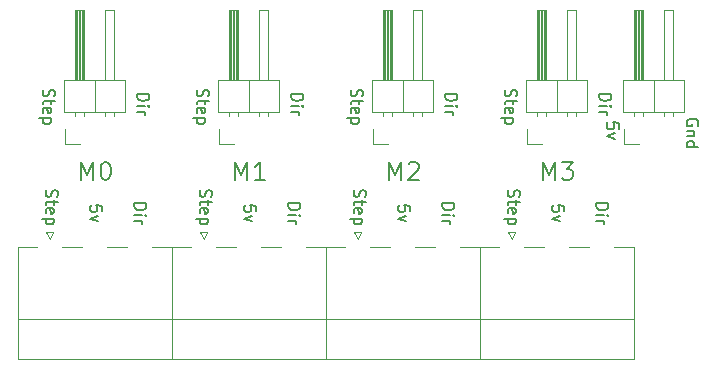
<source format=gbr>
G04 #@! TF.GenerationSoftware,KiCad,Pcbnew,(5.1.5)-3*
G04 #@! TF.CreationDate,2020-03-10T12:06:21-04:00*
G04 #@! TF.ProjectId,Step_Direction_Board,53746570-5f44-4697-9265-6374696f6e5f,rev?*
G04 #@! TF.SameCoordinates,PX7270e00PY78a3ca0*
G04 #@! TF.FileFunction,Legend,Top*
G04 #@! TF.FilePolarity,Positive*
%FSLAX46Y46*%
G04 Gerber Fmt 4.6, Leading zero omitted, Abs format (unit mm)*
G04 Created by KiCad (PCBNEW (5.1.5)-3) date 2020-03-10 12:06:21*
%MOMM*%
%LPD*%
G04 APERTURE LIST*
%ADD10C,0.150000*%
%ADD11C,0.120000*%
G04 APERTURE END LIST*
D10*
X64000000Y15642858D02*
X64047619Y15738096D01*
X64047619Y15880953D01*
X64000000Y16023810D01*
X63904761Y16119048D01*
X63809523Y16166667D01*
X63619047Y16214286D01*
X63476190Y16214286D01*
X63285714Y16166667D01*
X63190476Y16119048D01*
X63095238Y16023810D01*
X63047619Y15880953D01*
X63047619Y15785715D01*
X63095238Y15642858D01*
X63142857Y15595239D01*
X63476190Y15595239D01*
X63476190Y15785715D01*
X63714285Y15166667D02*
X63047619Y15166667D01*
X63619047Y15166667D02*
X63666666Y15119048D01*
X63714285Y15023810D01*
X63714285Y14880953D01*
X63666666Y14785715D01*
X63571428Y14738096D01*
X63047619Y14738096D01*
X63047619Y13833334D02*
X64047619Y13833334D01*
X63095238Y13833334D02*
X63047619Y13928572D01*
X63047619Y14119048D01*
X63095238Y14214286D01*
X63142857Y14261905D01*
X63238095Y14309524D01*
X63523809Y14309524D01*
X63619047Y14261905D01*
X63666666Y14214286D01*
X63714285Y14119048D01*
X63714285Y13928572D01*
X63666666Y13833334D01*
X57297619Y15392858D02*
X57297619Y15869048D01*
X56821428Y15916667D01*
X56869047Y15869048D01*
X56916666Y15773810D01*
X56916666Y15535715D01*
X56869047Y15440477D01*
X56821428Y15392858D01*
X56726190Y15345239D01*
X56488095Y15345239D01*
X56392857Y15392858D01*
X56345238Y15440477D01*
X56297619Y15535715D01*
X56297619Y15773810D01*
X56345238Y15869048D01*
X56392857Y15916667D01*
X56964285Y15011905D02*
X56297619Y14773810D01*
X56964285Y14535715D01*
X55417619Y9059524D02*
X56417619Y9059524D01*
X56417619Y8821429D01*
X56370000Y8678572D01*
X56274761Y8583334D01*
X56179523Y8535715D01*
X55989047Y8488096D01*
X55846190Y8488096D01*
X55655714Y8535715D01*
X55560476Y8583334D01*
X55465238Y8678572D01*
X55417619Y8821429D01*
X55417619Y9059524D01*
X55417619Y8059524D02*
X56084285Y8059524D01*
X56417619Y8059524D02*
X56370000Y8107143D01*
X56322380Y8059524D01*
X56370000Y8011905D01*
X56417619Y8059524D01*
X56322380Y8059524D01*
X55417619Y7583334D02*
X56084285Y7583334D01*
X55893809Y7583334D02*
X55989047Y7535715D01*
X56036666Y7488096D01*
X56084285Y7392858D01*
X56084285Y7297620D01*
X42377619Y9059524D02*
X43377619Y9059524D01*
X43377619Y8821429D01*
X43330000Y8678572D01*
X43234761Y8583334D01*
X43139523Y8535715D01*
X42949047Y8488096D01*
X42806190Y8488096D01*
X42615714Y8535715D01*
X42520476Y8583334D01*
X42425238Y8678572D01*
X42377619Y8821429D01*
X42377619Y9059524D01*
X42377619Y8059524D02*
X43044285Y8059524D01*
X43377619Y8059524D02*
X43330000Y8107143D01*
X43282380Y8059524D01*
X43330000Y8011905D01*
X43377619Y8059524D01*
X43282380Y8059524D01*
X42377619Y7583334D02*
X43044285Y7583334D01*
X42853809Y7583334D02*
X42949047Y7535715D01*
X42996666Y7488096D01*
X43044285Y7392858D01*
X43044285Y7297620D01*
X29337619Y9059524D02*
X30337619Y9059524D01*
X30337619Y8821429D01*
X30290000Y8678572D01*
X30194761Y8583334D01*
X30099523Y8535715D01*
X29909047Y8488096D01*
X29766190Y8488096D01*
X29575714Y8535715D01*
X29480476Y8583334D01*
X29385238Y8678572D01*
X29337619Y8821429D01*
X29337619Y9059524D01*
X29337619Y8059524D02*
X30004285Y8059524D01*
X30337619Y8059524D02*
X30290000Y8107143D01*
X30242380Y8059524D01*
X30290000Y8011905D01*
X30337619Y8059524D01*
X30242380Y8059524D01*
X29337619Y7583334D02*
X30004285Y7583334D01*
X29813809Y7583334D02*
X29909047Y7535715D01*
X29956666Y7488096D01*
X30004285Y7392858D01*
X30004285Y7297620D01*
X47965238Y10192739D02*
X47917619Y10049881D01*
X47917619Y9811786D01*
X47965238Y9716548D01*
X48012857Y9668929D01*
X48108095Y9621310D01*
X48203333Y9621310D01*
X48298571Y9668929D01*
X48346190Y9716548D01*
X48393809Y9811786D01*
X48441428Y10002262D01*
X48489047Y10097500D01*
X48536666Y10145120D01*
X48631904Y10192739D01*
X48727142Y10192739D01*
X48822380Y10145120D01*
X48870000Y10097500D01*
X48917619Y10002262D01*
X48917619Y9764167D01*
X48870000Y9621310D01*
X48584285Y9335596D02*
X48584285Y8954643D01*
X48917619Y9192739D02*
X48060476Y9192739D01*
X47965238Y9145120D01*
X47917619Y9049881D01*
X47917619Y8954643D01*
X47965238Y8240358D02*
X47917619Y8335596D01*
X47917619Y8526072D01*
X47965238Y8621310D01*
X48060476Y8668929D01*
X48441428Y8668929D01*
X48536666Y8621310D01*
X48584285Y8526072D01*
X48584285Y8335596D01*
X48536666Y8240358D01*
X48441428Y8192739D01*
X48346190Y8192739D01*
X48250952Y8668929D01*
X48584285Y7764167D02*
X47584285Y7764167D01*
X48536666Y7764167D02*
X48584285Y7668929D01*
X48584285Y7478453D01*
X48536666Y7383215D01*
X48489047Y7335596D01*
X48393809Y7287977D01*
X48108095Y7287977D01*
X48012857Y7335596D01*
X47965238Y7383215D01*
X47917619Y7478453D01*
X47917619Y7668929D01*
X47965238Y7764167D01*
X34925238Y10192739D02*
X34877619Y10049881D01*
X34877619Y9811786D01*
X34925238Y9716548D01*
X34972857Y9668929D01*
X35068095Y9621310D01*
X35163333Y9621310D01*
X35258571Y9668929D01*
X35306190Y9716548D01*
X35353809Y9811786D01*
X35401428Y10002262D01*
X35449047Y10097500D01*
X35496666Y10145120D01*
X35591904Y10192739D01*
X35687142Y10192739D01*
X35782380Y10145120D01*
X35830000Y10097500D01*
X35877619Y10002262D01*
X35877619Y9764167D01*
X35830000Y9621310D01*
X35544285Y9335596D02*
X35544285Y8954643D01*
X35877619Y9192739D02*
X35020476Y9192739D01*
X34925238Y9145120D01*
X34877619Y9049881D01*
X34877619Y8954643D01*
X34925238Y8240358D02*
X34877619Y8335596D01*
X34877619Y8526072D01*
X34925238Y8621310D01*
X35020476Y8668929D01*
X35401428Y8668929D01*
X35496666Y8621310D01*
X35544285Y8526072D01*
X35544285Y8335596D01*
X35496666Y8240358D01*
X35401428Y8192739D01*
X35306190Y8192739D01*
X35210952Y8668929D01*
X35544285Y7764167D02*
X34544285Y7764167D01*
X35496666Y7764167D02*
X35544285Y7668929D01*
X35544285Y7478453D01*
X35496666Y7383215D01*
X35449047Y7335596D01*
X35353809Y7287977D01*
X35068095Y7287977D01*
X34972857Y7335596D01*
X34925238Y7383215D01*
X34877619Y7478453D01*
X34877619Y7668929D01*
X34925238Y7764167D01*
X21885238Y10192739D02*
X21837619Y10049881D01*
X21837619Y9811786D01*
X21885238Y9716548D01*
X21932857Y9668929D01*
X22028095Y9621310D01*
X22123333Y9621310D01*
X22218571Y9668929D01*
X22266190Y9716548D01*
X22313809Y9811786D01*
X22361428Y10002262D01*
X22409047Y10097500D01*
X22456666Y10145120D01*
X22551904Y10192739D01*
X22647142Y10192739D01*
X22742380Y10145120D01*
X22790000Y10097500D01*
X22837619Y10002262D01*
X22837619Y9764167D01*
X22790000Y9621310D01*
X22504285Y9335596D02*
X22504285Y8954643D01*
X22837619Y9192739D02*
X21980476Y9192739D01*
X21885238Y9145120D01*
X21837619Y9049881D01*
X21837619Y8954643D01*
X21885238Y8240358D02*
X21837619Y8335596D01*
X21837619Y8526072D01*
X21885238Y8621310D01*
X21980476Y8668929D01*
X22361428Y8668929D01*
X22456666Y8621310D01*
X22504285Y8526072D01*
X22504285Y8335596D01*
X22456666Y8240358D01*
X22361428Y8192739D01*
X22266190Y8192739D01*
X22170952Y8668929D01*
X22504285Y7764167D02*
X21504285Y7764167D01*
X22456666Y7764167D02*
X22504285Y7668929D01*
X22504285Y7478453D01*
X22456666Y7383215D01*
X22409047Y7335596D01*
X22313809Y7287977D01*
X22028095Y7287977D01*
X21932857Y7335596D01*
X21885238Y7383215D01*
X21837619Y7478453D01*
X21837619Y7668929D01*
X21885238Y7764167D01*
X52667619Y8392858D02*
X52667619Y8869048D01*
X52191428Y8916667D01*
X52239047Y8869048D01*
X52286666Y8773810D01*
X52286666Y8535715D01*
X52239047Y8440477D01*
X52191428Y8392858D01*
X52096190Y8345239D01*
X51858095Y8345239D01*
X51762857Y8392858D01*
X51715238Y8440477D01*
X51667619Y8535715D01*
X51667619Y8773810D01*
X51715238Y8869048D01*
X51762857Y8916667D01*
X52334285Y8011905D02*
X51667619Y7773810D01*
X52334285Y7535715D01*
X39627619Y8392858D02*
X39627619Y8869048D01*
X39151428Y8916667D01*
X39199047Y8869048D01*
X39246666Y8773810D01*
X39246666Y8535715D01*
X39199047Y8440477D01*
X39151428Y8392858D01*
X39056190Y8345239D01*
X38818095Y8345239D01*
X38722857Y8392858D01*
X38675238Y8440477D01*
X38627619Y8535715D01*
X38627619Y8773810D01*
X38675238Y8869048D01*
X38722857Y8916667D01*
X39294285Y8011905D02*
X38627619Y7773810D01*
X39294285Y7535715D01*
X26587619Y8392858D02*
X26587619Y8869048D01*
X26111428Y8916667D01*
X26159047Y8869048D01*
X26206666Y8773810D01*
X26206666Y8535715D01*
X26159047Y8440477D01*
X26111428Y8392858D01*
X26016190Y8345239D01*
X25778095Y8345239D01*
X25682857Y8392858D01*
X25635238Y8440477D01*
X25587619Y8535715D01*
X25587619Y8773810D01*
X25635238Y8869048D01*
X25682857Y8916667D01*
X26254285Y8011905D02*
X25587619Y7773810D01*
X26254285Y7535715D01*
X50905714Y11071429D02*
X50905714Y12571429D01*
X51405714Y11500000D01*
X51905714Y12571429D01*
X51905714Y11071429D01*
X52477142Y12571429D02*
X53405714Y12571429D01*
X52905714Y12000000D01*
X53120000Y12000000D01*
X53262857Y11928572D01*
X53334285Y11857143D01*
X53405714Y11714286D01*
X53405714Y11357143D01*
X53334285Y11214286D01*
X53262857Y11142858D01*
X53120000Y11071429D01*
X52691428Y11071429D01*
X52548571Y11142858D01*
X52477142Y11214286D01*
X37865714Y11071429D02*
X37865714Y12571429D01*
X38365714Y11500000D01*
X38865714Y12571429D01*
X38865714Y11071429D01*
X39508571Y12428572D02*
X39580000Y12500000D01*
X39722857Y12571429D01*
X40080000Y12571429D01*
X40222857Y12500000D01*
X40294285Y12428572D01*
X40365714Y12285715D01*
X40365714Y12142858D01*
X40294285Y11928572D01*
X39437142Y11071429D01*
X40365714Y11071429D01*
X24825714Y11071429D02*
X24825714Y12571429D01*
X25325714Y11500000D01*
X25825714Y12571429D01*
X25825714Y11071429D01*
X27325714Y11071429D02*
X26468571Y11071429D01*
X26897142Y11071429D02*
X26897142Y12571429D01*
X26754285Y12357143D01*
X26611428Y12214286D01*
X26468571Y12142858D01*
X11785714Y11071429D02*
X11785714Y12571429D01*
X12285714Y11500000D01*
X12785714Y12571429D01*
X12785714Y11071429D01*
X13785714Y12571429D02*
X13928571Y12571429D01*
X14071428Y12500000D01*
X14142857Y12428572D01*
X14214285Y12285715D01*
X14285714Y12000000D01*
X14285714Y11642858D01*
X14214285Y11357143D01*
X14142857Y11214286D01*
X14071428Y11142858D01*
X13928571Y11071429D01*
X13785714Y11071429D01*
X13642857Y11142858D01*
X13571428Y11214286D01*
X13500000Y11357143D01*
X13428571Y11642858D01*
X13428571Y12000000D01*
X13500000Y12285715D01*
X13571428Y12428572D01*
X13642857Y12500000D01*
X13785714Y12571429D01*
X13547619Y8392858D02*
X13547619Y8869048D01*
X13071428Y8916667D01*
X13119047Y8869048D01*
X13166666Y8773810D01*
X13166666Y8535715D01*
X13119047Y8440477D01*
X13071428Y8392858D01*
X12976190Y8345239D01*
X12738095Y8345239D01*
X12642857Y8392858D01*
X12595238Y8440477D01*
X12547619Y8535715D01*
X12547619Y8773810D01*
X12595238Y8869048D01*
X12642857Y8916667D01*
X13214285Y8011905D02*
X12547619Y7773810D01*
X13214285Y7535715D01*
X16297619Y9059524D02*
X17297619Y9059524D01*
X17297619Y8821429D01*
X17250000Y8678572D01*
X17154761Y8583334D01*
X17059523Y8535715D01*
X16869047Y8488096D01*
X16726190Y8488096D01*
X16535714Y8535715D01*
X16440476Y8583334D01*
X16345238Y8678572D01*
X16297619Y8821429D01*
X16297619Y9059524D01*
X16297619Y8059524D02*
X16964285Y8059524D01*
X17297619Y8059524D02*
X17250000Y8107143D01*
X17202380Y8059524D01*
X17250000Y8011905D01*
X17297619Y8059524D01*
X17202380Y8059524D01*
X16297619Y7583334D02*
X16964285Y7583334D01*
X16773809Y7583334D02*
X16869047Y7535715D01*
X16916666Y7488096D01*
X16964285Y7392858D01*
X16964285Y7297620D01*
X8845238Y10192739D02*
X8797619Y10049881D01*
X8797619Y9811786D01*
X8845238Y9716548D01*
X8892857Y9668929D01*
X8988095Y9621310D01*
X9083333Y9621310D01*
X9178571Y9668929D01*
X9226190Y9716548D01*
X9273809Y9811786D01*
X9321428Y10002262D01*
X9369047Y10097500D01*
X9416666Y10145120D01*
X9511904Y10192739D01*
X9607142Y10192739D01*
X9702380Y10145120D01*
X9750000Y10097500D01*
X9797619Y10002262D01*
X9797619Y9764167D01*
X9750000Y9621310D01*
X9464285Y9335596D02*
X9464285Y8954643D01*
X9797619Y9192739D02*
X8940476Y9192739D01*
X8845238Y9145120D01*
X8797619Y9049881D01*
X8797619Y8954643D01*
X8845238Y8240358D02*
X8797619Y8335596D01*
X8797619Y8526072D01*
X8845238Y8621310D01*
X8940476Y8668929D01*
X9321428Y8668929D01*
X9416666Y8621310D01*
X9464285Y8526072D01*
X9464285Y8335596D01*
X9416666Y8240358D01*
X9321428Y8192739D01*
X9226190Y8192739D01*
X9130952Y8668929D01*
X9464285Y7764167D02*
X8464285Y7764167D01*
X9416666Y7764167D02*
X9464285Y7668929D01*
X9464285Y7478453D01*
X9416666Y7383215D01*
X9369047Y7335596D01*
X9273809Y7287977D01*
X8988095Y7287977D01*
X8892857Y7335596D01*
X8845238Y7383215D01*
X8797619Y7478453D01*
X8797619Y7668929D01*
X8845238Y7764167D01*
X47715238Y18692739D02*
X47667619Y18549881D01*
X47667619Y18311786D01*
X47715238Y18216548D01*
X47762857Y18168929D01*
X47858095Y18121310D01*
X47953333Y18121310D01*
X48048571Y18168929D01*
X48096190Y18216548D01*
X48143809Y18311786D01*
X48191428Y18502262D01*
X48239047Y18597500D01*
X48286666Y18645120D01*
X48381904Y18692739D01*
X48477142Y18692739D01*
X48572380Y18645120D01*
X48620000Y18597500D01*
X48667619Y18502262D01*
X48667619Y18264167D01*
X48620000Y18121310D01*
X48334285Y17835596D02*
X48334285Y17454643D01*
X48667619Y17692739D02*
X47810476Y17692739D01*
X47715238Y17645120D01*
X47667619Y17549881D01*
X47667619Y17454643D01*
X47715238Y16740358D02*
X47667619Y16835596D01*
X47667619Y17026072D01*
X47715238Y17121310D01*
X47810476Y17168929D01*
X48191428Y17168929D01*
X48286666Y17121310D01*
X48334285Y17026072D01*
X48334285Y16835596D01*
X48286666Y16740358D01*
X48191428Y16692739D01*
X48096190Y16692739D01*
X48000952Y17168929D01*
X48334285Y16264167D02*
X47334285Y16264167D01*
X48286666Y16264167D02*
X48334285Y16168929D01*
X48334285Y15978453D01*
X48286666Y15883215D01*
X48239047Y15835596D01*
X48143809Y15787977D01*
X47858095Y15787977D01*
X47762857Y15835596D01*
X47715238Y15883215D01*
X47667619Y15978453D01*
X47667619Y16168929D01*
X47715238Y16264167D01*
X34675238Y18692739D02*
X34627619Y18549881D01*
X34627619Y18311786D01*
X34675238Y18216548D01*
X34722857Y18168929D01*
X34818095Y18121310D01*
X34913333Y18121310D01*
X35008571Y18168929D01*
X35056190Y18216548D01*
X35103809Y18311786D01*
X35151428Y18502262D01*
X35199047Y18597500D01*
X35246666Y18645120D01*
X35341904Y18692739D01*
X35437142Y18692739D01*
X35532380Y18645120D01*
X35580000Y18597500D01*
X35627619Y18502262D01*
X35627619Y18264167D01*
X35580000Y18121310D01*
X35294285Y17835596D02*
X35294285Y17454643D01*
X35627619Y17692739D02*
X34770476Y17692739D01*
X34675238Y17645120D01*
X34627619Y17549881D01*
X34627619Y17454643D01*
X34675238Y16740358D02*
X34627619Y16835596D01*
X34627619Y17026072D01*
X34675238Y17121310D01*
X34770476Y17168929D01*
X35151428Y17168929D01*
X35246666Y17121310D01*
X35294285Y17026072D01*
X35294285Y16835596D01*
X35246666Y16740358D01*
X35151428Y16692739D01*
X35056190Y16692739D01*
X34960952Y17168929D01*
X35294285Y16264167D02*
X34294285Y16264167D01*
X35246666Y16264167D02*
X35294285Y16168929D01*
X35294285Y15978453D01*
X35246666Y15883215D01*
X35199047Y15835596D01*
X35103809Y15787977D01*
X34818095Y15787977D01*
X34722857Y15835596D01*
X34675238Y15883215D01*
X34627619Y15978453D01*
X34627619Y16168929D01*
X34675238Y16264167D01*
X21635238Y18692739D02*
X21587619Y18549881D01*
X21587619Y18311786D01*
X21635238Y18216548D01*
X21682857Y18168929D01*
X21778095Y18121310D01*
X21873333Y18121310D01*
X21968571Y18168929D01*
X22016190Y18216548D01*
X22063809Y18311786D01*
X22111428Y18502262D01*
X22159047Y18597500D01*
X22206666Y18645120D01*
X22301904Y18692739D01*
X22397142Y18692739D01*
X22492380Y18645120D01*
X22540000Y18597500D01*
X22587619Y18502262D01*
X22587619Y18264167D01*
X22540000Y18121310D01*
X22254285Y17835596D02*
X22254285Y17454643D01*
X22587619Y17692739D02*
X21730476Y17692739D01*
X21635238Y17645120D01*
X21587619Y17549881D01*
X21587619Y17454643D01*
X21635238Y16740358D02*
X21587619Y16835596D01*
X21587619Y17026072D01*
X21635238Y17121310D01*
X21730476Y17168929D01*
X22111428Y17168929D01*
X22206666Y17121310D01*
X22254285Y17026072D01*
X22254285Y16835596D01*
X22206666Y16740358D01*
X22111428Y16692739D01*
X22016190Y16692739D01*
X21920952Y17168929D01*
X22254285Y16264167D02*
X21254285Y16264167D01*
X22206666Y16264167D02*
X22254285Y16168929D01*
X22254285Y15978453D01*
X22206666Y15883215D01*
X22159047Y15835596D01*
X22063809Y15787977D01*
X21778095Y15787977D01*
X21682857Y15835596D01*
X21635238Y15883215D01*
X21587619Y15978453D01*
X21587619Y16168929D01*
X21635238Y16264167D01*
X55667619Y18309524D02*
X56667619Y18309524D01*
X56667619Y18071429D01*
X56620000Y17928572D01*
X56524761Y17833334D01*
X56429523Y17785715D01*
X56239047Y17738096D01*
X56096190Y17738096D01*
X55905714Y17785715D01*
X55810476Y17833334D01*
X55715238Y17928572D01*
X55667619Y18071429D01*
X55667619Y18309524D01*
X55667619Y17309524D02*
X56334285Y17309524D01*
X56667619Y17309524D02*
X56620000Y17357143D01*
X56572380Y17309524D01*
X56620000Y17261905D01*
X56667619Y17309524D01*
X56572380Y17309524D01*
X55667619Y16833334D02*
X56334285Y16833334D01*
X56143809Y16833334D02*
X56239047Y16785715D01*
X56286666Y16738096D01*
X56334285Y16642858D01*
X56334285Y16547620D01*
X42627619Y18309524D02*
X43627619Y18309524D01*
X43627619Y18071429D01*
X43580000Y17928572D01*
X43484761Y17833334D01*
X43389523Y17785715D01*
X43199047Y17738096D01*
X43056190Y17738096D01*
X42865714Y17785715D01*
X42770476Y17833334D01*
X42675238Y17928572D01*
X42627619Y18071429D01*
X42627619Y18309524D01*
X42627619Y17309524D02*
X43294285Y17309524D01*
X43627619Y17309524D02*
X43580000Y17357143D01*
X43532380Y17309524D01*
X43580000Y17261905D01*
X43627619Y17309524D01*
X43532380Y17309524D01*
X42627619Y16833334D02*
X43294285Y16833334D01*
X43103809Y16833334D02*
X43199047Y16785715D01*
X43246666Y16738096D01*
X43294285Y16642858D01*
X43294285Y16547620D01*
X29587619Y18309524D02*
X30587619Y18309524D01*
X30587619Y18071429D01*
X30540000Y17928572D01*
X30444761Y17833334D01*
X30349523Y17785715D01*
X30159047Y17738096D01*
X30016190Y17738096D01*
X29825714Y17785715D01*
X29730476Y17833334D01*
X29635238Y17928572D01*
X29587619Y18071429D01*
X29587619Y18309524D01*
X29587619Y17309524D02*
X30254285Y17309524D01*
X30587619Y17309524D02*
X30540000Y17357143D01*
X30492380Y17309524D01*
X30540000Y17261905D01*
X30587619Y17309524D01*
X30492380Y17309524D01*
X29587619Y16833334D02*
X30254285Y16833334D01*
X30063809Y16833334D02*
X30159047Y16785715D01*
X30206666Y16738096D01*
X30254285Y16642858D01*
X30254285Y16547620D01*
X16547619Y18309524D02*
X17547619Y18309524D01*
X17547619Y18071429D01*
X17500000Y17928572D01*
X17404761Y17833334D01*
X17309523Y17785715D01*
X17119047Y17738096D01*
X16976190Y17738096D01*
X16785714Y17785715D01*
X16690476Y17833334D01*
X16595238Y17928572D01*
X16547619Y18071429D01*
X16547619Y18309524D01*
X16547619Y17309524D02*
X17214285Y17309524D01*
X17547619Y17309524D02*
X17500000Y17357143D01*
X17452380Y17309524D01*
X17500000Y17261905D01*
X17547619Y17309524D01*
X17452380Y17309524D01*
X16547619Y16833334D02*
X17214285Y16833334D01*
X17023809Y16833334D02*
X17119047Y16785715D01*
X17166666Y16738096D01*
X17214285Y16642858D01*
X17214285Y16547620D01*
X8595238Y18692739D02*
X8547619Y18549881D01*
X8547619Y18311786D01*
X8595238Y18216548D01*
X8642857Y18168929D01*
X8738095Y18121310D01*
X8833333Y18121310D01*
X8928571Y18168929D01*
X8976190Y18216548D01*
X9023809Y18311786D01*
X9071428Y18502262D01*
X9119047Y18597500D01*
X9166666Y18645120D01*
X9261904Y18692739D01*
X9357142Y18692739D01*
X9452380Y18645120D01*
X9500000Y18597500D01*
X9547619Y18502262D01*
X9547619Y18264167D01*
X9500000Y18121310D01*
X9214285Y17835596D02*
X9214285Y17454643D01*
X9547619Y17692739D02*
X8690476Y17692739D01*
X8595238Y17645120D01*
X8547619Y17549881D01*
X8547619Y17454643D01*
X8595238Y16740358D02*
X8547619Y16835596D01*
X8547619Y17026072D01*
X8595238Y17121310D01*
X8690476Y17168929D01*
X9071428Y17168929D01*
X9166666Y17121310D01*
X9214285Y17026072D01*
X9214285Y16835596D01*
X9166666Y16740358D01*
X9071428Y16692739D01*
X8976190Y16692739D01*
X8880952Y17168929D01*
X9214285Y16264167D02*
X8214285Y16264167D01*
X9166666Y16264167D02*
X9214285Y16168929D01*
X9214285Y15978453D01*
X9166666Y15883215D01*
X9119047Y15835596D01*
X9023809Y15787977D01*
X8738095Y15787977D01*
X8642857Y15835596D01*
X8595238Y15883215D01*
X8547619Y15978453D01*
X8547619Y16168929D01*
X8595238Y16264167D01*
D11*
X49513846Y14106036D02*
X49513846Y15376036D01*
X50783846Y14106036D02*
X49513846Y14106036D01*
X53703846Y16418965D02*
X53703846Y16816036D01*
X52943846Y16418965D02*
X52943846Y16816036D01*
X53703846Y25476036D02*
X53703846Y19476036D01*
X52943846Y25476036D02*
X53703846Y25476036D01*
X52943846Y19476036D02*
X52943846Y25476036D01*
X52053846Y16816036D02*
X52053846Y19476036D01*
X51163846Y16486036D02*
X51163846Y16816036D01*
X50403846Y16486036D02*
X50403846Y16816036D01*
X51063846Y19476036D02*
X51063846Y25476036D01*
X50943846Y19476036D02*
X50943846Y25476036D01*
X50823846Y19476036D02*
X50823846Y25476036D01*
X50703846Y19476036D02*
X50703846Y25476036D01*
X50583846Y19476036D02*
X50583846Y25476036D01*
X50463846Y19476036D02*
X50463846Y25476036D01*
X51163846Y25476036D02*
X51163846Y19476036D01*
X50403846Y25476036D02*
X51163846Y25476036D01*
X50403846Y19476036D02*
X50403846Y25476036D01*
X49453846Y19476036D02*
X49453846Y16816036D01*
X54653846Y19476036D02*
X49453846Y19476036D01*
X54653846Y16816036D02*
X54653846Y19476036D01*
X49453846Y16816036D02*
X54653846Y16816036D01*
X36473846Y14106036D02*
X36473846Y15376036D01*
X37743846Y14106036D02*
X36473846Y14106036D01*
X40663846Y16418965D02*
X40663846Y16816036D01*
X39903846Y16418965D02*
X39903846Y16816036D01*
X40663846Y25476036D02*
X40663846Y19476036D01*
X39903846Y25476036D02*
X40663846Y25476036D01*
X39903846Y19476036D02*
X39903846Y25476036D01*
X39013846Y16816036D02*
X39013846Y19476036D01*
X38123846Y16486036D02*
X38123846Y16816036D01*
X37363846Y16486036D02*
X37363846Y16816036D01*
X38023846Y19476036D02*
X38023846Y25476036D01*
X37903846Y19476036D02*
X37903846Y25476036D01*
X37783846Y19476036D02*
X37783846Y25476036D01*
X37663846Y19476036D02*
X37663846Y25476036D01*
X37543846Y19476036D02*
X37543846Y25476036D01*
X37423846Y19476036D02*
X37423846Y25476036D01*
X38123846Y25476036D02*
X38123846Y19476036D01*
X37363846Y25476036D02*
X38123846Y25476036D01*
X37363846Y19476036D02*
X37363846Y25476036D01*
X36413846Y19476036D02*
X36413846Y16816036D01*
X41613846Y19476036D02*
X36413846Y19476036D01*
X41613846Y16816036D02*
X41613846Y19476036D01*
X36413846Y16816036D02*
X41613846Y16816036D01*
X23433846Y14106036D02*
X23433846Y15376036D01*
X24703846Y14106036D02*
X23433846Y14106036D01*
X27623846Y16418965D02*
X27623846Y16816036D01*
X26863846Y16418965D02*
X26863846Y16816036D01*
X27623846Y25476036D02*
X27623846Y19476036D01*
X26863846Y25476036D02*
X27623846Y25476036D01*
X26863846Y19476036D02*
X26863846Y25476036D01*
X25973846Y16816036D02*
X25973846Y19476036D01*
X25083846Y16486036D02*
X25083846Y16816036D01*
X24323846Y16486036D02*
X24323846Y16816036D01*
X24983846Y19476036D02*
X24983846Y25476036D01*
X24863846Y19476036D02*
X24863846Y25476036D01*
X24743846Y19476036D02*
X24743846Y25476036D01*
X24623846Y19476036D02*
X24623846Y25476036D01*
X24503846Y19476036D02*
X24503846Y25476036D01*
X24383846Y19476036D02*
X24383846Y25476036D01*
X25083846Y25476036D02*
X25083846Y19476036D01*
X24323846Y25476036D02*
X25083846Y25476036D01*
X24323846Y19476036D02*
X24323846Y25476036D01*
X23373846Y19476036D02*
X23373846Y16816036D01*
X28573846Y19476036D02*
X23373846Y19476036D01*
X28573846Y16816036D02*
X28573846Y19476036D01*
X23373846Y16816036D02*
X28573846Y16816036D01*
X10393846Y14106036D02*
X10393846Y15376036D01*
X11663846Y14106036D02*
X10393846Y14106036D01*
X14583846Y16418965D02*
X14583846Y16816036D01*
X13823846Y16418965D02*
X13823846Y16816036D01*
X14583846Y25476036D02*
X14583846Y19476036D01*
X13823846Y25476036D02*
X14583846Y25476036D01*
X13823846Y19476036D02*
X13823846Y25476036D01*
X12933846Y16816036D02*
X12933846Y19476036D01*
X12043846Y16486036D02*
X12043846Y16816036D01*
X11283846Y16486036D02*
X11283846Y16816036D01*
X11943846Y19476036D02*
X11943846Y25476036D01*
X11823846Y19476036D02*
X11823846Y25476036D01*
X11703846Y19476036D02*
X11703846Y25476036D01*
X11583846Y19476036D02*
X11583846Y25476036D01*
X11463846Y19476036D02*
X11463846Y25476036D01*
X11343846Y19476036D02*
X11343846Y25476036D01*
X12043846Y25476036D02*
X12043846Y19476036D01*
X11283846Y25476036D02*
X12043846Y25476036D01*
X11283846Y19476036D02*
X11283846Y25476036D01*
X10333846Y19476036D02*
X10333846Y16816036D01*
X15533846Y19476036D02*
X10333846Y19476036D01*
X15533846Y16816036D02*
X15533846Y19476036D01*
X10333846Y16816036D02*
X15533846Y16816036D01*
X57730000Y14106036D02*
X57730000Y15376036D01*
X59000000Y14106036D02*
X57730000Y14106036D01*
X61920000Y16418965D02*
X61920000Y16816036D01*
X61160000Y16418965D02*
X61160000Y16816036D01*
X61920000Y25476036D02*
X61920000Y19476036D01*
X61160000Y25476036D02*
X61920000Y25476036D01*
X61160000Y19476036D02*
X61160000Y25476036D01*
X60270000Y16816036D02*
X60270000Y19476036D01*
X59380000Y16486036D02*
X59380000Y16816036D01*
X58620000Y16486036D02*
X58620000Y16816036D01*
X59280000Y19476036D02*
X59280000Y25476036D01*
X59160000Y19476036D02*
X59160000Y25476036D01*
X59040000Y19476036D02*
X59040000Y25476036D01*
X58920000Y19476036D02*
X58920000Y25476036D01*
X58800000Y19476036D02*
X58800000Y25476036D01*
X58680000Y19476036D02*
X58680000Y25476036D01*
X59380000Y25476036D02*
X59380000Y19476036D01*
X58620000Y25476036D02*
X59380000Y25476036D01*
X58620000Y19476036D02*
X58620000Y25476036D01*
X57670000Y19476036D02*
X57670000Y16816036D01*
X62870000Y19476036D02*
X57670000Y19476036D01*
X62870000Y16816036D02*
X62870000Y19476036D01*
X57670000Y16816036D02*
X62870000Y16816036D01*
X47951055Y6636653D02*
X48551055Y6636653D01*
X48251055Y6036653D02*
X47951055Y6636653D01*
X48551055Y6636653D02*
X48251055Y6036653D01*
X45541055Y-763347D02*
X58581055Y-763347D01*
X53111055Y5346653D02*
X54821055Y5346653D01*
X49301055Y5346653D02*
X51011055Y5346653D01*
X58581055Y5346653D02*
X56921055Y5346653D01*
X45541055Y5346653D02*
X47201055Y5346653D01*
X58581055Y-4073347D02*
X58581055Y5346653D01*
X45541055Y-4073347D02*
X58581055Y-4073347D01*
X45541055Y5346653D02*
X45541055Y-4073347D01*
X34911055Y6636653D02*
X35511055Y6636653D01*
X35211055Y6036653D02*
X34911055Y6636653D01*
X35511055Y6636653D02*
X35211055Y6036653D01*
X32501055Y-763347D02*
X45541055Y-763347D01*
X40071055Y5346653D02*
X41781055Y5346653D01*
X36261055Y5346653D02*
X37971055Y5346653D01*
X45541055Y5346653D02*
X43881055Y5346653D01*
X32501055Y5346653D02*
X34161055Y5346653D01*
X45541055Y-4073347D02*
X45541055Y5346653D01*
X32501055Y-4073347D02*
X45541055Y-4073347D01*
X32501055Y5346653D02*
X32501055Y-4073347D01*
X21871055Y6636653D02*
X22471055Y6636653D01*
X22171055Y6036653D02*
X21871055Y6636653D01*
X22471055Y6636653D02*
X22171055Y6036653D01*
X19461055Y-763347D02*
X32501055Y-763347D01*
X27031055Y5346653D02*
X28741055Y5346653D01*
X23221055Y5346653D02*
X24931055Y5346653D01*
X32501055Y5346653D02*
X30841055Y5346653D01*
X19461055Y5346653D02*
X21121055Y5346653D01*
X32501055Y-4073347D02*
X32501055Y5346653D01*
X19461055Y-4073347D02*
X32501055Y-4073347D01*
X19461055Y5346653D02*
X19461055Y-4073347D01*
X8831055Y6636653D02*
X9431055Y6636653D01*
X9131055Y6036653D02*
X8831055Y6636653D01*
X9431055Y6636653D02*
X9131055Y6036653D01*
X6421055Y-763347D02*
X19461055Y-763347D01*
X13991055Y5346653D02*
X15701055Y5346653D01*
X10181055Y5346653D02*
X11891055Y5346653D01*
X19461055Y5346653D02*
X17801055Y5346653D01*
X6421055Y5346653D02*
X8081055Y5346653D01*
X19461055Y-4073347D02*
X19461055Y5346653D01*
X6421055Y-4073347D02*
X19461055Y-4073347D01*
X6421055Y5346653D02*
X6421055Y-4073347D01*
M02*

</source>
